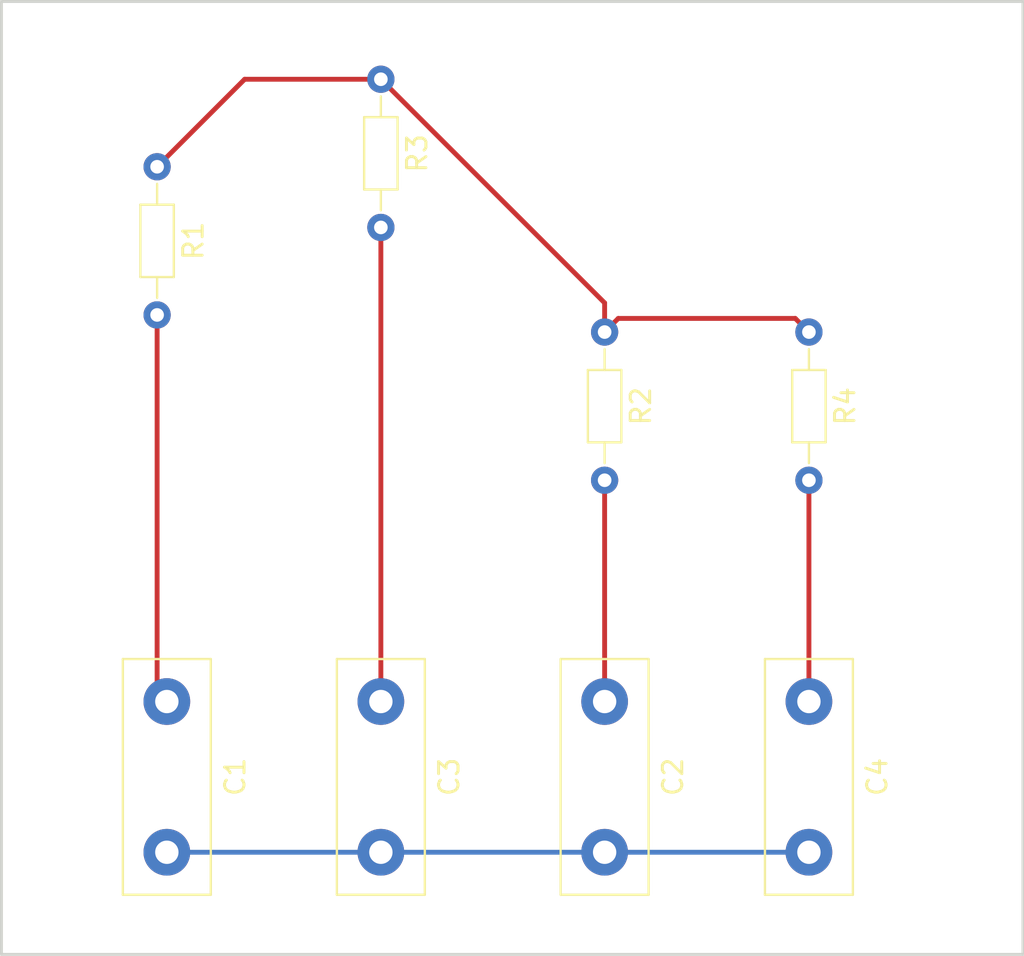
<source format=kicad_pcb>
(kicad_pcb (version 20171130) (host pcbnew no-vcs-found-openSUSE)

  (general
    (thickness 1.6)
    (drawings 5)
    (tracks 15)
    (zones 0)
    (modules 8)
    (nets 7)
  )

  (page A4)
  (layers
    (0 F.Cu signal)
    (31 B.Cu signal)
    (32 B.Adhes user)
    (33 F.Adhes user)
    (34 B.Paste user)
    (35 F.Paste user)
    (36 B.SilkS user)
    (37 F.SilkS user)
    (38 B.Mask user)
    (39 F.Mask user)
    (40 Dwgs.User user)
    (41 Cmts.User user)
    (42 Eco1.User user)
    (43 Eco2.User user)
    (44 Edge.Cuts user)
    (45 Margin user)
    (46 B.CrtYd user)
    (47 F.CrtYd user)
    (48 B.Fab user)
    (49 F.Fab user)
  )

  (setup
    (last_trace_width 0.25)
    (trace_clearance 0.2)
    (zone_clearance 0.508)
    (zone_45_only no)
    (trace_min 0.2)
    (segment_width 0.2)
    (edge_width 0.15)
    (via_size 0.8)
    (via_drill 0.4)
    (via_min_size 0.4)
    (via_min_drill 0.3)
    (uvia_size 0.3)
    (uvia_drill 0.1)
    (uvias_allowed no)
    (uvia_min_size 0.2)
    (uvia_min_drill 0.1)
    (pcb_text_width 0.3)
    (pcb_text_size 1.5 1.5)
    (mod_edge_width 0.15)
    (mod_text_size 1 1)
    (mod_text_width 0.15)
    (pad_size 1.524 1.524)
    (pad_drill 0.762)
    (pad_to_mask_clearance 0.2)
    (aux_axis_origin 0 0)
    (visible_elements FFFFFF7F)
    (pcbplotparams
      (layerselection 0x010fc_ffffffff)
      (usegerberextensions false)
      (usegerberattributes false)
      (usegerberadvancedattributes false)
      (creategerberjobfile false)
      (excludeedgelayer true)
      (linewidth 0.100000)
      (plotframeref false)
      (viasonmask false)
      (mode 1)
      (useauxorigin false)
      (hpglpennumber 1)
      (hpglpenspeed 20)
      (hpglpendiameter 15)
      (psnegative false)
      (psa4output false)
      (plotreference true)
      (plotvalue true)
      (plotinvisibletext false)
      (padsonsilk false)
      (subtractmaskfromsilk false)
      (outputformat 1)
      (mirror false)
      (drillshape 1)
      (scaleselection 1)
      (outputdirectory ""))
  )

  (net 0 "")
  (net 1 GND)
  (net 2 "Net-(C1-Pad1)")
  (net 3 "Net-(C2-Pad1)")
  (net 4 "Net-(C3-Pad1)")
  (net 5 "Net-(C4-Pad1)")
  (net 6 +15V)

  (net_class Default "This is the default net class."
    (clearance 0.2)
    (trace_width 0.25)
    (via_dia 0.8)
    (via_drill 0.4)
    (uvia_dia 0.3)
    (uvia_drill 0.1)
    (add_net +15V)
    (add_net GND)
    (add_net "Net-(C1-Pad1)")
    (add_net "Net-(C2-Pad1)")
    (add_net "Net-(C3-Pad1)")
    (add_net "Net-(C4-Pad1)")
  )

  (module Capacitors_THT:C_Disc_D12.0mm_W4.4mm_P7.75mm (layer F.Cu) (tedit 597BC7C2) (tstamp 5A5A9482)
    (at 73 52 270)
    (descr "C, Disc series, Radial, pin pitch=7.75mm, , diameter*width=12*4.4mm^2, Capacitor")
    (tags "C Disc series Radial pin pitch 7.75mm  diameter 12mm width 4.4mm Capacitor")
    (path /5A5A4C8D)
    (fp_text reference C1 (at 3.875 -3.51 270) (layer F.SilkS)
      (effects (font (size 1 1) (thickness 0.15)))
    )
    (fp_text value C (at 3.875 3.51 270) (layer F.Fab)
      (effects (font (size 1 1) (thickness 0.15)))
    )
    (fp_text user %R (at 3.875 0 270) (layer F.Fab)
      (effects (font (size 1 1) (thickness 0.15)))
    )
    (fp_line (start 10.2 -2.55) (end -2.45 -2.55) (layer F.CrtYd) (width 0.05))
    (fp_line (start 10.2 2.55) (end 10.2 -2.55) (layer F.CrtYd) (width 0.05))
    (fp_line (start -2.45 2.55) (end 10.2 2.55) (layer F.CrtYd) (width 0.05))
    (fp_line (start -2.45 -2.55) (end -2.45 2.55) (layer F.CrtYd) (width 0.05))
    (fp_line (start 9.935 -2.26) (end 9.935 2.26) (layer F.SilkS) (width 0.12))
    (fp_line (start -2.185 -2.26) (end -2.185 2.26) (layer F.SilkS) (width 0.12))
    (fp_line (start -2.185 2.26) (end 9.935 2.26) (layer F.SilkS) (width 0.12))
    (fp_line (start -2.185 -2.26) (end 9.935 -2.26) (layer F.SilkS) (width 0.12))
    (fp_line (start 9.875 -2.2) (end -2.125 -2.2) (layer F.Fab) (width 0.1))
    (fp_line (start 9.875 2.2) (end 9.875 -2.2) (layer F.Fab) (width 0.1))
    (fp_line (start -2.125 2.2) (end 9.875 2.2) (layer F.Fab) (width 0.1))
    (fp_line (start -2.125 -2.2) (end -2.125 2.2) (layer F.Fab) (width 0.1))
    (pad 2 thru_hole circle (at 7.75 0 270) (size 2.4 2.4) (drill 1.2) (layers *.Cu *.Mask)
      (net 1 GND))
    (pad 1 thru_hole circle (at 0 0 270) (size 2.4 2.4) (drill 1.2) (layers *.Cu *.Mask)
      (net 2 "Net-(C1-Pad1)"))
    (model ${KISYS3DMOD}/Capacitors_THT.3dshapes/C_Disc_D12.0mm_W4.4mm_P7.75mm.wrl
      (at (xyz 0 0 0))
      (scale (xyz 1 1 1))
      (rotate (xyz 0 0 0))
    )
  )

  (module Capacitors_THT:C_Disc_D12.0mm_W4.4mm_P7.75mm (layer F.Cu) (tedit 597BC7C2) (tstamp 5A5A9495)
    (at 95.5 52 270)
    (descr "C, Disc series, Radial, pin pitch=7.75mm, , diameter*width=12*4.4mm^2, Capacitor")
    (tags "C Disc series Radial pin pitch 7.75mm  diameter 12mm width 4.4mm Capacitor")
    (path /5A5A4CCB)
    (fp_text reference C2 (at 3.875 -3.51 270) (layer F.SilkS)
      (effects (font (size 1 1) (thickness 0.15)))
    )
    (fp_text value C (at 3.875 3.51 270) (layer F.Fab)
      (effects (font (size 1 1) (thickness 0.15)))
    )
    (fp_line (start -2.125 -2.2) (end -2.125 2.2) (layer F.Fab) (width 0.1))
    (fp_line (start -2.125 2.2) (end 9.875 2.2) (layer F.Fab) (width 0.1))
    (fp_line (start 9.875 2.2) (end 9.875 -2.2) (layer F.Fab) (width 0.1))
    (fp_line (start 9.875 -2.2) (end -2.125 -2.2) (layer F.Fab) (width 0.1))
    (fp_line (start -2.185 -2.26) (end 9.935 -2.26) (layer F.SilkS) (width 0.12))
    (fp_line (start -2.185 2.26) (end 9.935 2.26) (layer F.SilkS) (width 0.12))
    (fp_line (start -2.185 -2.26) (end -2.185 2.26) (layer F.SilkS) (width 0.12))
    (fp_line (start 9.935 -2.26) (end 9.935 2.26) (layer F.SilkS) (width 0.12))
    (fp_line (start -2.45 -2.55) (end -2.45 2.55) (layer F.CrtYd) (width 0.05))
    (fp_line (start -2.45 2.55) (end 10.2 2.55) (layer F.CrtYd) (width 0.05))
    (fp_line (start 10.2 2.55) (end 10.2 -2.55) (layer F.CrtYd) (width 0.05))
    (fp_line (start 10.2 -2.55) (end -2.45 -2.55) (layer F.CrtYd) (width 0.05))
    (fp_text user %R (at 3.875 0 270) (layer F.Fab)
      (effects (font (size 1 1) (thickness 0.15)))
    )
    (pad 1 thru_hole circle (at 0 0 270) (size 2.4 2.4) (drill 1.2) (layers *.Cu *.Mask)
      (net 3 "Net-(C2-Pad1)"))
    (pad 2 thru_hole circle (at 7.75 0 270) (size 2.4 2.4) (drill 1.2) (layers *.Cu *.Mask)
      (net 1 GND))
    (model ${KISYS3DMOD}/Capacitors_THT.3dshapes/C_Disc_D12.0mm_W4.4mm_P7.75mm.wrl
      (at (xyz 0 0 0))
      (scale (xyz 1 1 1))
      (rotate (xyz 0 0 0))
    )
  )

  (module Capacitors_THT:C_Disc_D12.0mm_W4.4mm_P7.75mm (layer F.Cu) (tedit 597BC7C2) (tstamp 5A5A94A8)
    (at 84 52 270)
    (descr "C, Disc series, Radial, pin pitch=7.75mm, , diameter*width=12*4.4mm^2, Capacitor")
    (tags "C Disc series Radial pin pitch 7.75mm  diameter 12mm width 4.4mm Capacitor")
    (path /5A5A4D13)
    (fp_text reference C3 (at 3.875 -3.51 270) (layer F.SilkS)
      (effects (font (size 1 1) (thickness 0.15)))
    )
    (fp_text value C (at 3.875 3.51 270) (layer F.Fab)
      (effects (font (size 1 1) (thickness 0.15)))
    )
    (fp_text user %R (at 3.724999 0 90) (layer F.Fab)
      (effects (font (size 1 1) (thickness 0.15)))
    )
    (fp_line (start 10.2 -2.55) (end -2.45 -2.55) (layer F.CrtYd) (width 0.05))
    (fp_line (start 10.2 2.55) (end 10.2 -2.55) (layer F.CrtYd) (width 0.05))
    (fp_line (start -2.45 2.55) (end 10.2 2.55) (layer F.CrtYd) (width 0.05))
    (fp_line (start -2.45 -2.55) (end -2.45 2.55) (layer F.CrtYd) (width 0.05))
    (fp_line (start 9.935 -2.26) (end 9.935 2.26) (layer F.SilkS) (width 0.12))
    (fp_line (start -2.185 -2.26) (end -2.185 2.26) (layer F.SilkS) (width 0.12))
    (fp_line (start -2.185 2.26) (end 9.935 2.26) (layer F.SilkS) (width 0.12))
    (fp_line (start -2.185 -2.26) (end 9.935 -2.26) (layer F.SilkS) (width 0.12))
    (fp_line (start 9.875 -2.2) (end -2.125 -2.2) (layer F.Fab) (width 0.1))
    (fp_line (start 9.875 2.2) (end 9.875 -2.2) (layer F.Fab) (width 0.1))
    (fp_line (start -2.125 2.2) (end 9.875 2.2) (layer F.Fab) (width 0.1))
    (fp_line (start -2.125 -2.2) (end -2.125 2.2) (layer F.Fab) (width 0.1))
    (pad 2 thru_hole circle (at 7.75 0 270) (size 2.4 2.4) (drill 1.2) (layers *.Cu *.Mask)
      (net 1 GND))
    (pad 1 thru_hole circle (at 0 0 270) (size 2.4 2.4) (drill 1.2) (layers *.Cu *.Mask)
      (net 4 "Net-(C3-Pad1)"))
    (model ${KISYS3DMOD}/Capacitors_THT.3dshapes/C_Disc_D12.0mm_W4.4mm_P7.75mm.wrl
      (at (xyz 0 0 0))
      (scale (xyz 1 1 1))
      (rotate (xyz 0 0 0))
    )
  )

  (module Capacitors_THT:C_Disc_D12.0mm_W4.4mm_P7.75mm (layer F.Cu) (tedit 597BC7C2) (tstamp 5A5A94BB)
    (at 106 52 270)
    (descr "C, Disc series, Radial, pin pitch=7.75mm, , diameter*width=12*4.4mm^2, Capacitor")
    (tags "C Disc series Radial pin pitch 7.75mm  diameter 12mm width 4.4mm Capacitor")
    (path /5A5A4D59)
    (fp_text reference C4 (at 3.875 -3.51 270) (layer F.SilkS)
      (effects (font (size 1 1) (thickness 0.15)))
    )
    (fp_text value C (at 3.875 3.51 270) (layer F.Fab)
      (effects (font (size 1 1) (thickness 0.15)))
    )
    (fp_line (start -2.125 -2.2) (end -2.125 2.2) (layer F.Fab) (width 0.1))
    (fp_line (start -2.125 2.2) (end 9.875 2.2) (layer F.Fab) (width 0.1))
    (fp_line (start 9.875 2.2) (end 9.875 -2.2) (layer F.Fab) (width 0.1))
    (fp_line (start 9.875 -2.2) (end -2.125 -2.2) (layer F.Fab) (width 0.1))
    (fp_line (start -2.185 -2.26) (end 9.935 -2.26) (layer F.SilkS) (width 0.12))
    (fp_line (start -2.185 2.26) (end 9.935 2.26) (layer F.SilkS) (width 0.12))
    (fp_line (start -2.185 -2.26) (end -2.185 2.26) (layer F.SilkS) (width 0.12))
    (fp_line (start 9.935 -2.26) (end 9.935 2.26) (layer F.SilkS) (width 0.12))
    (fp_line (start -2.45 -2.55) (end -2.45 2.55) (layer F.CrtYd) (width 0.05))
    (fp_line (start -2.45 2.55) (end 10.2 2.55) (layer F.CrtYd) (width 0.05))
    (fp_line (start 10.2 2.55) (end 10.2 -2.55) (layer F.CrtYd) (width 0.05))
    (fp_line (start 10.2 -2.55) (end -2.45 -2.55) (layer F.CrtYd) (width 0.05))
    (fp_text user %R (at 3.875 0 270) (layer F.Fab)
      (effects (font (size 1 1) (thickness 0.15)))
    )
    (pad 1 thru_hole circle (at 0 0 270) (size 2.4 2.4) (drill 1.2) (layers *.Cu *.Mask)
      (net 5 "Net-(C4-Pad1)"))
    (pad 2 thru_hole circle (at 7.75 0 270) (size 2.4 2.4) (drill 1.2) (layers *.Cu *.Mask)
      (net 1 GND))
    (model ${KISYS3DMOD}/Capacitors_THT.3dshapes/C_Disc_D12.0mm_W4.4mm_P7.75mm.wrl
      (at (xyz 0 0 0))
      (scale (xyz 1 1 1))
      (rotate (xyz 0 0 0))
    )
  )

  (module Resistors_THT:R_Axial_DIN0204_L3.6mm_D1.6mm_P7.62mm_Horizontal (layer F.Cu) (tedit 5874F706) (tstamp 5A5A94D1)
    (at 72.5 24.5 270)
    (descr "Resistor, Axial_DIN0204 series, Axial, Horizontal, pin pitch=7.62mm, 0.16666666666666666W = 1/6W, length*diameter=3.6*1.6mm^2, http://cdn-reichelt.de/documents/datenblatt/B400/1_4W%23YAG.pdf")
    (tags "Resistor Axial_DIN0204 series Axial Horizontal pin pitch 7.62mm 0.16666666666666666W = 1/6W length 3.6mm diameter 1.6mm")
    (path /5A5A4B86)
    (fp_text reference R1 (at 3.81 -1.86 270) (layer F.SilkS)
      (effects (font (size 1 1) (thickness 0.15)))
    )
    (fp_text value R (at 3.81 1.86 270) (layer F.Fab)
      (effects (font (size 1 1) (thickness 0.15)))
    )
    (fp_line (start 8.6 -1.15) (end -0.95 -1.15) (layer F.CrtYd) (width 0.05))
    (fp_line (start 8.6 1.15) (end 8.6 -1.15) (layer F.CrtYd) (width 0.05))
    (fp_line (start -0.95 1.15) (end 8.6 1.15) (layer F.CrtYd) (width 0.05))
    (fp_line (start -0.95 -1.15) (end -0.95 1.15) (layer F.CrtYd) (width 0.05))
    (fp_line (start 6.74 0) (end 5.67 0) (layer F.SilkS) (width 0.12))
    (fp_line (start 0.88 0) (end 1.95 0) (layer F.SilkS) (width 0.12))
    (fp_line (start 5.67 -0.86) (end 1.95 -0.86) (layer F.SilkS) (width 0.12))
    (fp_line (start 5.67 0.86) (end 5.67 -0.86) (layer F.SilkS) (width 0.12))
    (fp_line (start 1.95 0.86) (end 5.67 0.86) (layer F.SilkS) (width 0.12))
    (fp_line (start 1.95 -0.86) (end 1.95 0.86) (layer F.SilkS) (width 0.12))
    (fp_line (start 7.62 0) (end 5.61 0) (layer F.Fab) (width 0.1))
    (fp_line (start 0 0) (end 2.01 0) (layer F.Fab) (width 0.1))
    (fp_line (start 5.61 -0.8) (end 2.01 -0.8) (layer F.Fab) (width 0.1))
    (fp_line (start 5.61 0.8) (end 5.61 -0.8) (layer F.Fab) (width 0.1))
    (fp_line (start 2.01 0.8) (end 5.61 0.8) (layer F.Fab) (width 0.1))
    (fp_line (start 2.01 -0.8) (end 2.01 0.8) (layer F.Fab) (width 0.1))
    (pad 2 thru_hole oval (at 7.62 0 270) (size 1.4 1.4) (drill 0.7) (layers *.Cu *.Mask)
      (net 2 "Net-(C1-Pad1)"))
    (pad 1 thru_hole circle (at 0 0 270) (size 1.4 1.4) (drill 0.7) (layers *.Cu *.Mask)
      (net 6 +15V))
    (model ${KISYS3DMOD}/Resistors_THT.3dshapes/R_Axial_DIN0204_L3.6mm_D1.6mm_P7.62mm_Horizontal.wrl
      (at (xyz 0 0 0))
      (scale (xyz 0.393701 0.393701 0.393701))
      (rotate (xyz 0 0 0))
    )
  )

  (module Resistors_THT:R_Axial_DIN0204_L3.6mm_D1.6mm_P7.62mm_Horizontal (layer F.Cu) (tedit 5874F706) (tstamp 5A5A94E7)
    (at 95.5 33 270)
    (descr "Resistor, Axial_DIN0204 series, Axial, Horizontal, pin pitch=7.62mm, 0.16666666666666666W = 1/6W, length*diameter=3.6*1.6mm^2, http://cdn-reichelt.de/documents/datenblatt/B400/1_4W%23YAG.pdf")
    (tags "Resistor Axial_DIN0204 series Axial Horizontal pin pitch 7.62mm 0.16666666666666666W = 1/6W length 3.6mm diameter 1.6mm")
    (path /5A5A4BB9)
    (fp_text reference R2 (at 3.81 -1.86 270) (layer F.SilkS)
      (effects (font (size 1 1) (thickness 0.15)))
    )
    (fp_text value R (at 3.81 1.86 270) (layer F.Fab)
      (effects (font (size 1 1) (thickness 0.15)))
    )
    (fp_line (start 2.01 -0.8) (end 2.01 0.8) (layer F.Fab) (width 0.1))
    (fp_line (start 2.01 0.8) (end 5.61 0.8) (layer F.Fab) (width 0.1))
    (fp_line (start 5.61 0.8) (end 5.61 -0.8) (layer F.Fab) (width 0.1))
    (fp_line (start 5.61 -0.8) (end 2.01 -0.8) (layer F.Fab) (width 0.1))
    (fp_line (start 0 0) (end 2.01 0) (layer F.Fab) (width 0.1))
    (fp_line (start 7.62 0) (end 5.61 0) (layer F.Fab) (width 0.1))
    (fp_line (start 1.95 -0.86) (end 1.95 0.86) (layer F.SilkS) (width 0.12))
    (fp_line (start 1.95 0.86) (end 5.67 0.86) (layer F.SilkS) (width 0.12))
    (fp_line (start 5.67 0.86) (end 5.67 -0.86) (layer F.SilkS) (width 0.12))
    (fp_line (start 5.67 -0.86) (end 1.95 -0.86) (layer F.SilkS) (width 0.12))
    (fp_line (start 0.88 0) (end 1.95 0) (layer F.SilkS) (width 0.12))
    (fp_line (start 6.74 0) (end 5.67 0) (layer F.SilkS) (width 0.12))
    (fp_line (start -0.95 -1.15) (end -0.95 1.15) (layer F.CrtYd) (width 0.05))
    (fp_line (start -0.95 1.15) (end 8.6 1.15) (layer F.CrtYd) (width 0.05))
    (fp_line (start 8.6 1.15) (end 8.6 -1.15) (layer F.CrtYd) (width 0.05))
    (fp_line (start 8.6 -1.15) (end -0.95 -1.15) (layer F.CrtYd) (width 0.05))
    (pad 1 thru_hole circle (at 0 0 270) (size 1.4 1.4) (drill 0.7) (layers *.Cu *.Mask)
      (net 6 +15V))
    (pad 2 thru_hole oval (at 7.62 0 270) (size 1.4 1.4) (drill 0.7) (layers *.Cu *.Mask)
      (net 3 "Net-(C2-Pad1)"))
    (model ${KISYS3DMOD}/Resistors_THT.3dshapes/R_Axial_DIN0204_L3.6mm_D1.6mm_P7.62mm_Horizontal.wrl
      (at (xyz 0 0 0))
      (scale (xyz 0.393701 0.393701 0.393701))
      (rotate (xyz 0 0 0))
    )
  )

  (module Resistors_THT:R_Axial_DIN0204_L3.6mm_D1.6mm_P7.62mm_Horizontal (layer F.Cu) (tedit 5874F706) (tstamp 5A5A94FD)
    (at 84 20 270)
    (descr "Resistor, Axial_DIN0204 series, Axial, Horizontal, pin pitch=7.62mm, 0.16666666666666666W = 1/6W, length*diameter=3.6*1.6mm^2, http://cdn-reichelt.de/documents/datenblatt/B400/1_4W%23YAG.pdf")
    (tags "Resistor Axial_DIN0204 series Axial Horizontal pin pitch 7.62mm 0.16666666666666666W = 1/6W length 3.6mm diameter 1.6mm")
    (path /5A5A4BEF)
    (fp_text reference R3 (at 3.81 -1.86 270) (layer F.SilkS)
      (effects (font (size 1 1) (thickness 0.15)))
    )
    (fp_text value R (at 3.81 1.86 270) (layer F.Fab)
      (effects (font (size 1 1) (thickness 0.15)))
    )
    (fp_line (start 8.6 -1.15) (end -0.95 -1.15) (layer F.CrtYd) (width 0.05))
    (fp_line (start 8.6 1.15) (end 8.6 -1.15) (layer F.CrtYd) (width 0.05))
    (fp_line (start -0.95 1.15) (end 8.6 1.15) (layer F.CrtYd) (width 0.05))
    (fp_line (start -0.95 -1.15) (end -0.95 1.15) (layer F.CrtYd) (width 0.05))
    (fp_line (start 6.74 0) (end 5.67 0) (layer F.SilkS) (width 0.12))
    (fp_line (start 0.88 0) (end 1.95 0) (layer F.SilkS) (width 0.12))
    (fp_line (start 5.67 -0.86) (end 1.95 -0.86) (layer F.SilkS) (width 0.12))
    (fp_line (start 5.67 0.86) (end 5.67 -0.86) (layer F.SilkS) (width 0.12))
    (fp_line (start 1.95 0.86) (end 5.67 0.86) (layer F.SilkS) (width 0.12))
    (fp_line (start 1.95 -0.86) (end 1.95 0.86) (layer F.SilkS) (width 0.12))
    (fp_line (start 7.62 0) (end 5.61 0) (layer F.Fab) (width 0.1))
    (fp_line (start 0 0) (end 2.01 0) (layer F.Fab) (width 0.1))
    (fp_line (start 5.61 -0.8) (end 2.01 -0.8) (layer F.Fab) (width 0.1))
    (fp_line (start 5.61 0.8) (end 5.61 -0.8) (layer F.Fab) (width 0.1))
    (fp_line (start 2.01 0.8) (end 5.61 0.8) (layer F.Fab) (width 0.1))
    (fp_line (start 2.01 -0.8) (end 2.01 0.8) (layer F.Fab) (width 0.1))
    (pad 2 thru_hole oval (at 7.62 0 270) (size 1.4 1.4) (drill 0.7) (layers *.Cu *.Mask)
      (net 4 "Net-(C3-Pad1)"))
    (pad 1 thru_hole circle (at 0 0 270) (size 1.4 1.4) (drill 0.7) (layers *.Cu *.Mask)
      (net 6 +15V))
    (model ${KISYS3DMOD}/Resistors_THT.3dshapes/R_Axial_DIN0204_L3.6mm_D1.6mm_P7.62mm_Horizontal.wrl
      (at (xyz 0 0 0))
      (scale (xyz 0.393701 0.393701 0.393701))
      (rotate (xyz 0 0 0))
    )
  )

  (module Resistors_THT:R_Axial_DIN0204_L3.6mm_D1.6mm_P7.62mm_Horizontal (layer F.Cu) (tedit 5874F706) (tstamp 5A5A9513)
    (at 106 33 270)
    (descr "Resistor, Axial_DIN0204 series, Axial, Horizontal, pin pitch=7.62mm, 0.16666666666666666W = 1/6W, length*diameter=3.6*1.6mm^2, http://cdn-reichelt.de/documents/datenblatt/B400/1_4W%23YAG.pdf")
    (tags "Resistor Axial_DIN0204 series Axial Horizontal pin pitch 7.62mm 0.16666666666666666W = 1/6W length 3.6mm diameter 1.6mm")
    (path /5A5A4C29)
    (fp_text reference R4 (at 3.81 -1.86 270) (layer F.SilkS)
      (effects (font (size 1 1) (thickness 0.15)))
    )
    (fp_text value R (at 3.81 1.86 270) (layer F.Fab)
      (effects (font (size 1 1) (thickness 0.15)))
    )
    (fp_line (start 2.01 -0.8) (end 2.01 0.8) (layer F.Fab) (width 0.1))
    (fp_line (start 2.01 0.8) (end 5.61 0.8) (layer F.Fab) (width 0.1))
    (fp_line (start 5.61 0.8) (end 5.61 -0.8) (layer F.Fab) (width 0.1))
    (fp_line (start 5.61 -0.8) (end 2.01 -0.8) (layer F.Fab) (width 0.1))
    (fp_line (start 0 0) (end 2.01 0) (layer F.Fab) (width 0.1))
    (fp_line (start 7.62 0) (end 5.61 0) (layer F.Fab) (width 0.1))
    (fp_line (start 1.95 -0.86) (end 1.95 0.86) (layer F.SilkS) (width 0.12))
    (fp_line (start 1.95 0.86) (end 5.67 0.86) (layer F.SilkS) (width 0.12))
    (fp_line (start 5.67 0.86) (end 5.67 -0.86) (layer F.SilkS) (width 0.12))
    (fp_line (start 5.67 -0.86) (end 1.95 -0.86) (layer F.SilkS) (width 0.12))
    (fp_line (start 0.88 0) (end 1.95 0) (layer F.SilkS) (width 0.12))
    (fp_line (start 6.74 0) (end 5.67 0) (layer F.SilkS) (width 0.12))
    (fp_line (start -0.95 -1.15) (end -0.95 1.15) (layer F.CrtYd) (width 0.05))
    (fp_line (start -0.95 1.15) (end 8.6 1.15) (layer F.CrtYd) (width 0.05))
    (fp_line (start 8.6 1.15) (end 8.6 -1.15) (layer F.CrtYd) (width 0.05))
    (fp_line (start 8.6 -1.15) (end -0.95 -1.15) (layer F.CrtYd) (width 0.05))
    (pad 1 thru_hole circle (at 0 0 270) (size 1.4 1.4) (drill 0.7) (layers *.Cu *.Mask)
      (net 6 +15V))
    (pad 2 thru_hole oval (at 7.62 0 270) (size 1.4 1.4) (drill 0.7) (layers *.Cu *.Mask)
      (net 5 "Net-(C4-Pad1)"))
    (model ${KISYS3DMOD}/Resistors_THT.3dshapes/R_Axial_DIN0204_L3.6mm_D1.6mm_P7.62mm_Horizontal.wrl
      (at (xyz 0 0 0))
      (scale (xyz 0.393701 0.393701 0.393701))
      (rotate (xyz 0 0 0))
    )
  )

  (gr_line (start 64.5 16) (end 64.5 16) (layer Edge.Cuts) (width 0.15) (tstamp 5A5A9998))
  (gr_line (start 64.5 65) (end 64.5 16) (layer Edge.Cuts) (width 0.15))
  (gr_line (start 117 65) (end 64.5 65) (layer Edge.Cuts) (width 0.15))
  (gr_line (start 117 16) (end 117 65) (layer Edge.Cuts) (width 0.15))
  (gr_line (start 64.5 16) (end 117 16) (layer Edge.Cuts) (width 0.15))

  (segment (start 95.5 59.75) (end 106 59.75) (width 0.25) (layer B.Cu) (net 1))
  (segment (start 84 59.75) (end 95.5 59.75) (width 0.25) (layer B.Cu) (net 1))
  (segment (start 73 59.75) (end 84 59.75) (width 0.25) (layer B.Cu) (net 1))
  (segment (start 72.5 32.12) (end 72.5 51.5) (width 0.25) (layer F.Cu) (net 2))
  (segment (start 72.5 51.5) (end 73 52) (width 0.25) (layer F.Cu) (net 2))
  (segment (start 95.5 40.62) (end 95.5 52) (width 0.25) (layer F.Cu) (net 3))
  (segment (start 84 27.62) (end 84 52) (width 0.25) (layer F.Cu) (net 4))
  (segment (start 106 40.62) (end 106 52) (width 0.25) (layer F.Cu) (net 5))
  (segment (start 84 20) (end 77 20) (width 0.25) (layer F.Cu) (net 6))
  (segment (start 77 20) (end 72.5 24.5) (width 0.25) (layer F.Cu) (net 6))
  (segment (start 95.5 33) (end 95.5 31.5) (width 0.25) (layer F.Cu) (net 6))
  (segment (start 95.5 31.5) (end 84 20) (width 0.25) (layer F.Cu) (net 6))
  (segment (start 106 33) (end 105.300001 32.300001) (width 0.25) (layer F.Cu) (net 6))
  (segment (start 105.300001 32.300001) (end 96.199999 32.300001) (width 0.25) (layer F.Cu) (net 6))
  (segment (start 96.199999 32.300001) (end 95.5 33) (width 0.25) (layer F.Cu) (net 6))

)

</source>
